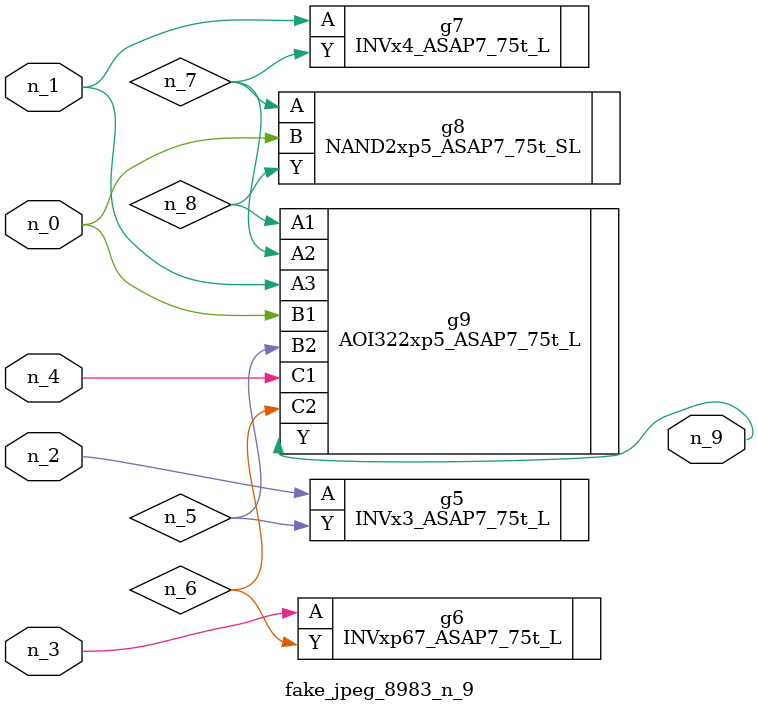
<source format=v>
module fake_jpeg_8983_n_9 (n_3, n_2, n_1, n_0, n_4, n_9);

input n_3;
input n_2;
input n_1;
input n_0;
input n_4;

output n_9;

wire n_8;
wire n_6;
wire n_5;
wire n_7;

INVx3_ASAP7_75t_L g5 ( 
.A(n_2),
.Y(n_5)
);

INVxp67_ASAP7_75t_L g6 ( 
.A(n_3),
.Y(n_6)
);

INVx4_ASAP7_75t_L g7 ( 
.A(n_1),
.Y(n_7)
);

NAND2xp5_ASAP7_75t_SL g8 ( 
.A(n_7),
.B(n_0),
.Y(n_8)
);

AOI322xp5_ASAP7_75t_L g9 ( 
.A1(n_8),
.A2(n_7),
.A3(n_1),
.B1(n_0),
.B2(n_5),
.C1(n_4),
.C2(n_6),
.Y(n_9)
);


endmodule
</source>
